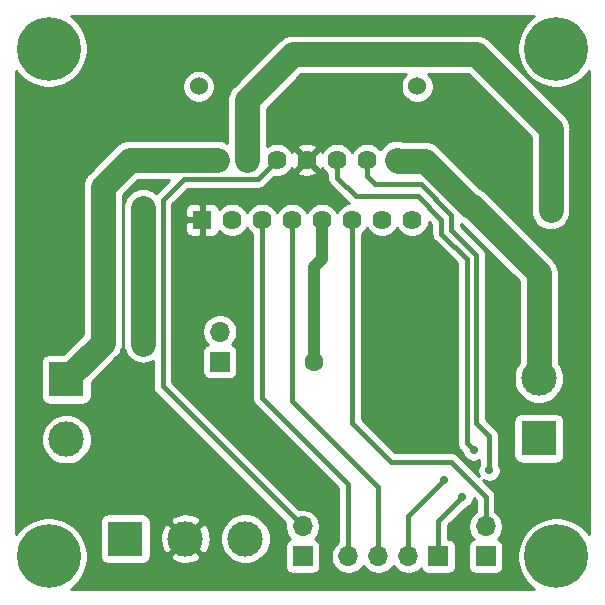
<source format=gbr>
%TF.GenerationSoftware,KiCad,Pcbnew,(5.1.10)-1*%
%TF.CreationDate,2021-10-13T16:11:29-06:00*%
%TF.ProjectId,ReplicaDriverPuenteHL298,5265706c-6963-4614-9472-697665725075,1.0*%
%TF.SameCoordinates,Original*%
%TF.FileFunction,Copper,L2,Bot*%
%TF.FilePolarity,Positive*%
%FSLAX46Y46*%
G04 Gerber Fmt 4.6, Leading zero omitted, Abs format (unit mm)*
G04 Created by KiCad (PCBNEW (5.1.10)-1) date 2021-10-13 16:11:29*
%MOMM*%
%LPD*%
G01*
G04 APERTURE LIST*
%TA.AperFunction,ComponentPad*%
%ADD10C,1.524000*%
%TD*%
%TA.AperFunction,ComponentPad*%
%ADD11R,1.620000X1.620000*%
%TD*%
%TA.AperFunction,ComponentPad*%
%ADD12C,1.620000*%
%TD*%
%TA.AperFunction,ComponentPad*%
%ADD13C,5.400000*%
%TD*%
%TA.AperFunction,ComponentPad*%
%ADD14O,1.700000X1.700000*%
%TD*%
%TA.AperFunction,ComponentPad*%
%ADD15R,1.700000X1.700000*%
%TD*%
%TA.AperFunction,ComponentPad*%
%ADD16R,3.000000X3.000000*%
%TD*%
%TA.AperFunction,ComponentPad*%
%ADD17C,3.000000*%
%TD*%
%TA.AperFunction,ViaPad*%
%ADD18C,0.700000*%
%TD*%
%TA.AperFunction,ViaPad*%
%ADD19C,1.600000*%
%TD*%
%TA.AperFunction,Conductor*%
%ADD20C,2.100000*%
%TD*%
%TA.AperFunction,Conductor*%
%ADD21C,1.000000*%
%TD*%
%TA.AperFunction,Conductor*%
%ADD22C,0.400000*%
%TD*%
%TA.AperFunction,Conductor*%
%ADD23C,0.254000*%
%TD*%
%TA.AperFunction,Conductor*%
%ADD24C,0.100000*%
%TD*%
G04 APERTURE END LIST*
D10*
%TO.P,HS1,1*%
%TO.N,N/C*%
X141700000Y-77700000D03*
%TO.P,HS1,2*%
X160200000Y-77700000D03*
%TD*%
D11*
%TO.P,U1,1*%
%TO.N,GND*%
X142000000Y-89000000D03*
D12*
%TO.P,U1,2*%
%TO.N,Net-(D1-Pad2)*%
X143270000Y-83920000D03*
%TO.P,U1,3*%
%TO.N,Net-(D2-Pad2)*%
X144540000Y-89000000D03*
%TO.P,U1,4*%
%TO.N,VCC*%
X145810000Y-83920000D03*
%TO.P,U1,5*%
%TO.N,Net-(J1-Pad4)*%
X147080000Y-89000000D03*
%TO.P,U1,6*%
%TO.N,/EnA*%
X148350000Y-83920000D03*
%TO.P,U1,7*%
%TO.N,Net-(J1-Pad3)*%
X149620000Y-89000000D03*
%TO.P,U1,8*%
%TO.N,GND*%
X150890000Y-83920000D03*
%TO.P,U1,9*%
%TO.N,+5V*%
X152160000Y-89000000D03*
%TO.P,U1,10*%
%TO.N,Net-(J1-Pad2)*%
X153430000Y-83920000D03*
%TO.P,U1,11*%
%TO.N,/EnB*%
X154700000Y-89000000D03*
%TO.P,U1,12*%
%TO.N,Net-(J1-Pad1)*%
X155970000Y-83920000D03*
%TO.P,U1,13*%
%TO.N,Net-(D3-Pad2)*%
X157240000Y-89000000D03*
%TO.P,U1,14*%
%TO.N,Net-(D4-Pad2)*%
X158510000Y-83920000D03*
%TO.P,U1,15*%
%TO.N,Net-(U1-Pad15)*%
X159780000Y-89000000D03*
%TD*%
D13*
%TO.P,H4,1*%
%TO.N,N/C*%
X129000000Y-74500000D03*
%TD*%
%TO.P,H3,1*%
%TO.N,N/C*%
X172000000Y-74500000D03*
%TD*%
%TO.P,H2,1*%
%TO.N,N/C*%
X172000000Y-117500000D03*
%TD*%
%TO.P,H1,1*%
%TO.N,N/C*%
X129000000Y-117500000D03*
%TD*%
D14*
%TO.P,J1,4*%
%TO.N,Net-(J1-Pad4)*%
X154380000Y-117500000D03*
%TO.P,J1,3*%
%TO.N,Net-(J1-Pad3)*%
X156920000Y-117500000D03*
%TO.P,J1,2*%
%TO.N,Net-(J1-Pad2)*%
X159460000Y-117500000D03*
D15*
%TO.P,J1,1*%
%TO.N,Net-(J1-Pad1)*%
X162000000Y-117500000D03*
%TD*%
D16*
%TO.P,J2,1*%
%TO.N,Net-(D1-Pad2)*%
X130500000Y-102500000D03*
D17*
%TO.P,J2,2*%
%TO.N,Net-(D2-Pad2)*%
X130500000Y-107580000D03*
%TD*%
%TO.P,J3,2*%
%TO.N,Net-(D4-Pad2)*%
X170500000Y-102420000D03*
D16*
%TO.P,J3,1*%
%TO.N,Net-(D3-Pad2)*%
X170500000Y-107500000D03*
%TD*%
D14*
%TO.P,J4,2*%
%TO.N,/EnA*%
X150500000Y-114960000D03*
D15*
%TO.P,J4,1*%
%TO.N,+5V*%
X150500000Y-117500000D03*
%TD*%
D14*
%TO.P,J5,2*%
%TO.N,/EnB*%
X166000000Y-114960000D03*
D15*
%TO.P,J5,1*%
%TO.N,+5V*%
X166000000Y-117500000D03*
%TD*%
%TO.P,J6,1*%
%TO.N,VCC*%
X143500000Y-101000000D03*
D14*
%TO.P,J6,2*%
%TO.N,Net-(J6-Pad2)*%
X143500000Y-98460000D03*
%TD*%
D17*
%TO.P,J7,3*%
%TO.N,+5V*%
X145660000Y-116000000D03*
%TO.P,J7,2*%
%TO.N,GND*%
X140580000Y-116000000D03*
D16*
%TO.P,J7,1*%
%TO.N,VCC*%
X135500000Y-116000000D03*
%TD*%
D18*
%TO.N,GND*%
X140000000Y-88500000D03*
X141000000Y-91000000D03*
X140000000Y-95000000D03*
X140000000Y-97000000D03*
X140000000Y-99000000D03*
X156000000Y-101000000D03*
X142000000Y-95000000D03*
X144000000Y-95000000D03*
X146000000Y-93000000D03*
X146000000Y-95000000D03*
X140000000Y-90000000D03*
X156000000Y-101000000D03*
X158000000Y-101000000D03*
X160000000Y-101000000D03*
X162000000Y-101000000D03*
X156000000Y-103000000D03*
X158000000Y-103000000D03*
X160000000Y-103000000D03*
X162000000Y-103000000D03*
X156000000Y-92000000D03*
X158000000Y-92000000D03*
X160000000Y-92000000D03*
X162000000Y-92000000D03*
X163000000Y-94000000D03*
X163000000Y-96500000D03*
X163000000Y-99000000D03*
D19*
%TO.N,VCC*%
X137000000Y-88000000D03*
X137000000Y-99500000D03*
X171500000Y-88200000D03*
%TO.N,+5V*%
X151500000Y-101000000D03*
D18*
%TO.N,Net-(J1-Pad2)*%
X162500000Y-111000000D03*
X165000000Y-108500000D03*
%TO.N,Net-(J1-Pad1)*%
X164000000Y-112500000D03*
X166300000Y-110200000D03*
%TD*%
D20*
%TO.N,VCC*%
X137000000Y-99500000D02*
X137000000Y-88000000D01*
X171500000Y-82750000D02*
X171500000Y-88200000D01*
X171500000Y-81300000D02*
X171500000Y-82750000D01*
X165200000Y-75000000D02*
X171500000Y-81300000D01*
X149700000Y-75000000D02*
X165200000Y-75000000D01*
X145810000Y-78890000D02*
X149700000Y-75000000D01*
X145810000Y-83920000D02*
X145810000Y-78890000D01*
D21*
%TO.N,+5V*%
X151500000Y-101000000D02*
X151500000Y-93000000D01*
X152160000Y-92340000D02*
X152160000Y-89000000D01*
X151500000Y-93000000D02*
X152160000Y-92340000D01*
D20*
%TO.N,Net-(D1-Pad2)*%
X135880000Y-83920000D02*
X133600000Y-86200000D01*
X143270000Y-83920000D02*
X135880000Y-83920000D01*
X133600000Y-99400000D02*
X130500000Y-102500000D01*
X133600000Y-86200000D02*
X133600000Y-99400000D01*
%TO.N,Net-(D4-Pad2)*%
X160833466Y-84000000D02*
X158590000Y-84000000D01*
X164700020Y-87866554D02*
X160833466Y-84000000D01*
X158590000Y-84000000D02*
X158510000Y-83920000D01*
X164700020Y-87866554D02*
X164866554Y-87866554D01*
X170500000Y-93500000D02*
X170500000Y-102420000D01*
X164866554Y-87866554D02*
X170500000Y-93500000D01*
D22*
%TO.N,Net-(J1-Pad4)*%
X147080000Y-89000000D02*
X147080000Y-104080000D01*
X147080000Y-104080000D02*
X154380000Y-111380000D01*
X154380000Y-111380000D02*
X154380000Y-117500000D01*
%TO.N,Net-(J1-Pad3)*%
X149620000Y-104357246D02*
X156920000Y-111657246D01*
X149620000Y-89000000D02*
X149620000Y-104357246D01*
X156920000Y-111657246D02*
X156920000Y-117500000D01*
%TO.N,Net-(J1-Pad2)*%
X159460000Y-114040000D02*
X162500000Y-111000000D01*
X159460000Y-117500000D02*
X159460000Y-114040000D01*
X164400001Y-107900001D02*
X165000000Y-108500000D01*
X164400001Y-92327999D02*
X164400001Y-107900001D01*
X162250000Y-90177998D02*
X164400001Y-92327999D01*
X162250000Y-89000000D02*
X162250000Y-90177998D01*
X160250000Y-87000000D02*
X162250000Y-89000000D01*
X155000000Y-87000000D02*
X160250000Y-87000000D01*
X153430000Y-85430000D02*
X155000000Y-87000000D01*
X153430000Y-83920000D02*
X153430000Y-85430000D01*
%TO.N,Net-(J1-Pad1)*%
X162000000Y-114500000D02*
X164000000Y-112500000D01*
X162000000Y-117500000D02*
X162000000Y-114500000D01*
X165200011Y-91996625D02*
X165200011Y-106200011D01*
X163050010Y-89846624D02*
X165200011Y-91996625D01*
X163050010Y-88550010D02*
X163050010Y-89846624D01*
X160500000Y-86000000D02*
X163050010Y-88550010D01*
X156641384Y-86000000D02*
X160500000Y-86000000D01*
X155970000Y-85328616D02*
X156641384Y-86000000D01*
X155970000Y-83920000D02*
X155970000Y-85328616D01*
X166300000Y-107300000D02*
X165200011Y-106200011D01*
X166300000Y-110200000D02*
X166300000Y-107300000D01*
%TO.N,/EnA*%
X146699990Y-85570010D02*
X148350000Y-83920000D01*
X140429990Y-85570010D02*
X146699990Y-85570010D01*
X138650010Y-87349990D02*
X140429990Y-85570010D01*
X138650010Y-103110010D02*
X138650010Y-87349990D01*
X150500000Y-114960000D02*
X138650010Y-103110010D01*
%TO.N,/EnB*%
X154700000Y-89000000D02*
X154700000Y-100700000D01*
X166000000Y-112427998D02*
X163072002Y-109500000D01*
X166000000Y-114960000D02*
X166000000Y-112427998D01*
X163072002Y-109500000D02*
X158000000Y-109500000D01*
X154700000Y-106200000D02*
X154700000Y-100700000D01*
X158000000Y-109500000D02*
X154700000Y-106200000D01*
%TD*%
D23*
%TO.N,GND*%
X169874061Y-71909536D02*
X169409536Y-72374061D01*
X169044561Y-72920285D01*
X168793162Y-73527216D01*
X168665000Y-74171531D01*
X168665000Y-74828469D01*
X168793162Y-75472784D01*
X169044561Y-76079715D01*
X169409536Y-76625939D01*
X169874061Y-77090464D01*
X170420285Y-77455439D01*
X171027216Y-77706838D01*
X171671531Y-77835000D01*
X172328469Y-77835000D01*
X172972784Y-77706838D01*
X173579715Y-77455439D01*
X174125939Y-77090464D01*
X174590464Y-76625939D01*
X174765000Y-76364727D01*
X174765001Y-115635274D01*
X174590464Y-115374061D01*
X174125939Y-114909536D01*
X173579715Y-114544561D01*
X172972784Y-114293162D01*
X172328469Y-114165000D01*
X171671531Y-114165000D01*
X171027216Y-114293162D01*
X170420285Y-114544561D01*
X169874061Y-114909536D01*
X169409536Y-115374061D01*
X169044561Y-115920285D01*
X168793162Y-116527216D01*
X168665000Y-117171531D01*
X168665000Y-117828469D01*
X168793162Y-118472784D01*
X169044561Y-119079715D01*
X169409536Y-119625939D01*
X169874061Y-120090464D01*
X170135273Y-120265000D01*
X130864727Y-120265000D01*
X131125939Y-120090464D01*
X131590464Y-119625939D01*
X131955439Y-119079715D01*
X132206838Y-118472784D01*
X132335000Y-117828469D01*
X132335000Y-117171531D01*
X132206838Y-116527216D01*
X131955439Y-115920285D01*
X131590464Y-115374061D01*
X131125939Y-114909536D01*
X130579715Y-114544561D01*
X130472136Y-114500000D01*
X133361928Y-114500000D01*
X133361928Y-117500000D01*
X133374188Y-117624482D01*
X133410498Y-117744180D01*
X133469463Y-117854494D01*
X133548815Y-117951185D01*
X133645506Y-118030537D01*
X133755820Y-118089502D01*
X133875518Y-118125812D01*
X134000000Y-118138072D01*
X137000000Y-118138072D01*
X137124482Y-118125812D01*
X137244180Y-118089502D01*
X137354494Y-118030537D01*
X137451185Y-117951185D01*
X137530537Y-117854494D01*
X137589502Y-117744180D01*
X137625812Y-117624482D01*
X137638072Y-117500000D01*
X137638072Y-117491653D01*
X139267952Y-117491653D01*
X139423962Y-117807214D01*
X139798745Y-117998020D01*
X140203551Y-118112044D01*
X140622824Y-118144902D01*
X141040451Y-118095334D01*
X141440383Y-117965243D01*
X141736038Y-117807214D01*
X141892048Y-117491653D01*
X140580000Y-116179605D01*
X139267952Y-117491653D01*
X137638072Y-117491653D01*
X137638072Y-116042824D01*
X138435098Y-116042824D01*
X138484666Y-116460451D01*
X138614757Y-116860383D01*
X138772786Y-117156038D01*
X139088347Y-117312048D01*
X140400395Y-116000000D01*
X140759605Y-116000000D01*
X142071653Y-117312048D01*
X142387214Y-117156038D01*
X142578020Y-116781255D01*
X142692044Y-116376449D01*
X142724902Y-115957176D01*
X142705027Y-115789721D01*
X143525000Y-115789721D01*
X143525000Y-116210279D01*
X143607047Y-116622756D01*
X143767988Y-117011302D01*
X144001637Y-117360983D01*
X144299017Y-117658363D01*
X144648698Y-117892012D01*
X145037244Y-118052953D01*
X145449721Y-118135000D01*
X145870279Y-118135000D01*
X146282756Y-118052953D01*
X146671302Y-117892012D01*
X147020983Y-117658363D01*
X147318363Y-117360983D01*
X147552012Y-117011302D01*
X147712953Y-116622756D01*
X147795000Y-116210279D01*
X147795000Y-115789721D01*
X147712953Y-115377244D01*
X147552012Y-114988698D01*
X147318363Y-114639017D01*
X147020983Y-114341637D01*
X146671302Y-114107988D01*
X146282756Y-113947047D01*
X145870279Y-113865000D01*
X145449721Y-113865000D01*
X145037244Y-113947047D01*
X144648698Y-114107988D01*
X144299017Y-114341637D01*
X144001637Y-114639017D01*
X143767988Y-114988698D01*
X143607047Y-115377244D01*
X143525000Y-115789721D01*
X142705027Y-115789721D01*
X142675334Y-115539549D01*
X142545243Y-115139617D01*
X142387214Y-114843962D01*
X142071653Y-114687952D01*
X140759605Y-116000000D01*
X140400395Y-116000000D01*
X139088347Y-114687952D01*
X138772786Y-114843962D01*
X138581980Y-115218745D01*
X138467956Y-115623551D01*
X138435098Y-116042824D01*
X137638072Y-116042824D01*
X137638072Y-114508347D01*
X139267952Y-114508347D01*
X140580000Y-115820395D01*
X141892048Y-114508347D01*
X141736038Y-114192786D01*
X141361255Y-114001980D01*
X140956449Y-113887956D01*
X140537176Y-113855098D01*
X140119549Y-113904666D01*
X139719617Y-114034757D01*
X139423962Y-114192786D01*
X139267952Y-114508347D01*
X137638072Y-114508347D01*
X137638072Y-114500000D01*
X137625812Y-114375518D01*
X137589502Y-114255820D01*
X137530537Y-114145506D01*
X137451185Y-114048815D01*
X137354494Y-113969463D01*
X137244180Y-113910498D01*
X137124482Y-113874188D01*
X137000000Y-113861928D01*
X134000000Y-113861928D01*
X133875518Y-113874188D01*
X133755820Y-113910498D01*
X133645506Y-113969463D01*
X133548815Y-114048815D01*
X133469463Y-114145506D01*
X133410498Y-114255820D01*
X133374188Y-114375518D01*
X133361928Y-114500000D01*
X130472136Y-114500000D01*
X129972784Y-114293162D01*
X129328469Y-114165000D01*
X128671531Y-114165000D01*
X128027216Y-114293162D01*
X127420285Y-114544561D01*
X126874061Y-114909536D01*
X126409536Y-115374061D01*
X126235000Y-115635273D01*
X126235000Y-107369721D01*
X128365000Y-107369721D01*
X128365000Y-107790279D01*
X128447047Y-108202756D01*
X128607988Y-108591302D01*
X128841637Y-108940983D01*
X129139017Y-109238363D01*
X129488698Y-109472012D01*
X129877244Y-109632953D01*
X130289721Y-109715000D01*
X130710279Y-109715000D01*
X131122756Y-109632953D01*
X131511302Y-109472012D01*
X131860983Y-109238363D01*
X132158363Y-108940983D01*
X132392012Y-108591302D01*
X132552953Y-108202756D01*
X132635000Y-107790279D01*
X132635000Y-107369721D01*
X132552953Y-106957244D01*
X132392012Y-106568698D01*
X132158363Y-106219017D01*
X131860983Y-105921637D01*
X131511302Y-105687988D01*
X131122756Y-105527047D01*
X130710279Y-105445000D01*
X130289721Y-105445000D01*
X129877244Y-105527047D01*
X129488698Y-105687988D01*
X129139017Y-105921637D01*
X128841637Y-106219017D01*
X128607988Y-106568698D01*
X128447047Y-106957244D01*
X128365000Y-107369721D01*
X126235000Y-107369721D01*
X126235000Y-101000000D01*
X128361928Y-101000000D01*
X128361928Y-104000000D01*
X128374188Y-104124482D01*
X128410498Y-104244180D01*
X128469463Y-104354494D01*
X128548815Y-104451185D01*
X128645506Y-104530537D01*
X128755820Y-104589502D01*
X128875518Y-104625812D01*
X129000000Y-104638072D01*
X132000000Y-104638072D01*
X132124482Y-104625812D01*
X132244180Y-104589502D01*
X132354494Y-104530537D01*
X132451185Y-104451185D01*
X132530537Y-104354494D01*
X132589502Y-104244180D01*
X132625812Y-104124482D01*
X132638072Y-104000000D01*
X132638072Y-102744877D01*
X134732952Y-100649998D01*
X134797239Y-100597239D01*
X134849998Y-100532952D01*
X134850002Y-100532948D01*
X135007805Y-100340665D01*
X135132856Y-100106709D01*
X135164268Y-100047941D01*
X135260619Y-99730318D01*
X135285000Y-99482770D01*
X135285000Y-99482760D01*
X135293151Y-99400001D01*
X135285000Y-99317241D01*
X135285000Y-86897949D01*
X136577950Y-85605000D01*
X139214132Y-85605000D01*
X138097899Y-86721234D01*
X137940665Y-86592196D01*
X137647941Y-86435732D01*
X137330318Y-86339381D01*
X137000000Y-86306848D01*
X136669683Y-86339381D01*
X136352060Y-86435732D01*
X136059336Y-86592196D01*
X135802762Y-86802761D01*
X135592197Y-87059335D01*
X135435733Y-87352059D01*
X135339382Y-87669682D01*
X135315001Y-87917230D01*
X135315000Y-99582769D01*
X135339381Y-99830317D01*
X135435732Y-100147940D01*
X135592196Y-100440664D01*
X135802761Y-100697239D01*
X136059335Y-100907804D01*
X136352059Y-101064268D01*
X136669682Y-101160619D01*
X137000000Y-101193152D01*
X137330317Y-101160619D01*
X137647940Y-101064268D01*
X137815010Y-100974967D01*
X137815010Y-103068991D01*
X137810970Y-103110010D01*
X137815010Y-103151028D01*
X137827092Y-103273698D01*
X137874838Y-103431096D01*
X137952374Y-103576155D01*
X138056719Y-103703301D01*
X138088589Y-103729456D01*
X149041193Y-114682062D01*
X149015000Y-114813740D01*
X149015000Y-115106260D01*
X149072068Y-115393158D01*
X149184010Y-115663411D01*
X149346525Y-115906632D01*
X149478380Y-116038487D01*
X149405820Y-116060498D01*
X149295506Y-116119463D01*
X149198815Y-116198815D01*
X149119463Y-116295506D01*
X149060498Y-116405820D01*
X149024188Y-116525518D01*
X149011928Y-116650000D01*
X149011928Y-118350000D01*
X149024188Y-118474482D01*
X149060498Y-118594180D01*
X149119463Y-118704494D01*
X149198815Y-118801185D01*
X149295506Y-118880537D01*
X149405820Y-118939502D01*
X149525518Y-118975812D01*
X149650000Y-118988072D01*
X151350000Y-118988072D01*
X151474482Y-118975812D01*
X151594180Y-118939502D01*
X151704494Y-118880537D01*
X151801185Y-118801185D01*
X151880537Y-118704494D01*
X151939502Y-118594180D01*
X151975812Y-118474482D01*
X151988072Y-118350000D01*
X151988072Y-116650000D01*
X151975812Y-116525518D01*
X151939502Y-116405820D01*
X151880537Y-116295506D01*
X151801185Y-116198815D01*
X151704494Y-116119463D01*
X151594180Y-116060498D01*
X151521620Y-116038487D01*
X151653475Y-115906632D01*
X151815990Y-115663411D01*
X151927932Y-115393158D01*
X151985000Y-115106260D01*
X151985000Y-114813740D01*
X151927932Y-114526842D01*
X151815990Y-114256589D01*
X151653475Y-114013368D01*
X151446632Y-113806525D01*
X151203411Y-113644010D01*
X150933158Y-113532068D01*
X150646260Y-113475000D01*
X150353740Y-113475000D01*
X150222062Y-113501193D01*
X139485010Y-102764143D01*
X139485010Y-100150000D01*
X142011928Y-100150000D01*
X142011928Y-101850000D01*
X142024188Y-101974482D01*
X142060498Y-102094180D01*
X142119463Y-102204494D01*
X142198815Y-102301185D01*
X142295506Y-102380537D01*
X142405820Y-102439502D01*
X142525518Y-102475812D01*
X142650000Y-102488072D01*
X144350000Y-102488072D01*
X144474482Y-102475812D01*
X144594180Y-102439502D01*
X144704494Y-102380537D01*
X144801185Y-102301185D01*
X144880537Y-102204494D01*
X144939502Y-102094180D01*
X144975812Y-101974482D01*
X144988072Y-101850000D01*
X144988072Y-100150000D01*
X144975812Y-100025518D01*
X144939502Y-99905820D01*
X144880537Y-99795506D01*
X144801185Y-99698815D01*
X144704494Y-99619463D01*
X144594180Y-99560498D01*
X144521620Y-99538487D01*
X144653475Y-99406632D01*
X144815990Y-99163411D01*
X144927932Y-98893158D01*
X144985000Y-98606260D01*
X144985000Y-98313740D01*
X144927932Y-98026842D01*
X144815990Y-97756589D01*
X144653475Y-97513368D01*
X144446632Y-97306525D01*
X144203411Y-97144010D01*
X143933158Y-97032068D01*
X143646260Y-96975000D01*
X143353740Y-96975000D01*
X143066842Y-97032068D01*
X142796589Y-97144010D01*
X142553368Y-97306525D01*
X142346525Y-97513368D01*
X142184010Y-97756589D01*
X142072068Y-98026842D01*
X142015000Y-98313740D01*
X142015000Y-98606260D01*
X142072068Y-98893158D01*
X142184010Y-99163411D01*
X142346525Y-99406632D01*
X142478380Y-99538487D01*
X142405820Y-99560498D01*
X142295506Y-99619463D01*
X142198815Y-99698815D01*
X142119463Y-99795506D01*
X142060498Y-99905820D01*
X142024188Y-100025518D01*
X142011928Y-100150000D01*
X139485010Y-100150000D01*
X139485010Y-89810000D01*
X140551928Y-89810000D01*
X140564188Y-89934482D01*
X140600498Y-90054180D01*
X140659463Y-90164494D01*
X140738815Y-90261185D01*
X140835506Y-90340537D01*
X140945820Y-90399502D01*
X141065518Y-90435812D01*
X141190000Y-90448072D01*
X141714250Y-90445000D01*
X141873000Y-90286250D01*
X141873000Y-89127000D01*
X140713750Y-89127000D01*
X140555000Y-89285750D01*
X140551928Y-89810000D01*
X139485010Y-89810000D01*
X139485010Y-88190000D01*
X140551928Y-88190000D01*
X140555000Y-88714250D01*
X140713750Y-88873000D01*
X141873000Y-88873000D01*
X141873000Y-87713750D01*
X142127000Y-87713750D01*
X142127000Y-88873000D01*
X142147000Y-88873000D01*
X142147000Y-89127000D01*
X142127000Y-89127000D01*
X142127000Y-90286250D01*
X142285750Y-90445000D01*
X142810000Y-90448072D01*
X142934482Y-90435812D01*
X143054180Y-90399502D01*
X143164494Y-90340537D01*
X143261185Y-90261185D01*
X143340537Y-90164494D01*
X143399502Y-90054180D01*
X143434679Y-89938218D01*
X143618866Y-90122405D01*
X143855536Y-90280543D01*
X144118509Y-90389470D01*
X144397680Y-90445000D01*
X144682320Y-90445000D01*
X144961491Y-90389470D01*
X145224464Y-90280543D01*
X145461134Y-90122405D01*
X145662405Y-89921134D01*
X145810000Y-89700243D01*
X145957595Y-89921134D01*
X146158866Y-90122405D01*
X146245000Y-90179958D01*
X146245001Y-104038971D01*
X146240960Y-104080000D01*
X146257082Y-104243688D01*
X146304828Y-104401086D01*
X146382364Y-104546145D01*
X146382365Y-104546146D01*
X146486710Y-104673291D01*
X146518574Y-104699441D01*
X153545000Y-111725868D01*
X153545001Y-116271934D01*
X153433368Y-116346525D01*
X153226525Y-116553368D01*
X153064010Y-116796589D01*
X152952068Y-117066842D01*
X152895000Y-117353740D01*
X152895000Y-117646260D01*
X152952068Y-117933158D01*
X153064010Y-118203411D01*
X153226525Y-118446632D01*
X153433368Y-118653475D01*
X153676589Y-118815990D01*
X153946842Y-118927932D01*
X154233740Y-118985000D01*
X154526260Y-118985000D01*
X154813158Y-118927932D01*
X155083411Y-118815990D01*
X155326632Y-118653475D01*
X155533475Y-118446632D01*
X155650000Y-118272240D01*
X155766525Y-118446632D01*
X155973368Y-118653475D01*
X156216589Y-118815990D01*
X156486842Y-118927932D01*
X156773740Y-118985000D01*
X157066260Y-118985000D01*
X157353158Y-118927932D01*
X157623411Y-118815990D01*
X157866632Y-118653475D01*
X158073475Y-118446632D01*
X158190000Y-118272240D01*
X158306525Y-118446632D01*
X158513368Y-118653475D01*
X158756589Y-118815990D01*
X159026842Y-118927932D01*
X159313740Y-118985000D01*
X159606260Y-118985000D01*
X159893158Y-118927932D01*
X160163411Y-118815990D01*
X160406632Y-118653475D01*
X160538487Y-118521620D01*
X160560498Y-118594180D01*
X160619463Y-118704494D01*
X160698815Y-118801185D01*
X160795506Y-118880537D01*
X160905820Y-118939502D01*
X161025518Y-118975812D01*
X161150000Y-118988072D01*
X162850000Y-118988072D01*
X162974482Y-118975812D01*
X163094180Y-118939502D01*
X163204494Y-118880537D01*
X163301185Y-118801185D01*
X163380537Y-118704494D01*
X163439502Y-118594180D01*
X163475812Y-118474482D01*
X163488072Y-118350000D01*
X163488072Y-116650000D01*
X163475812Y-116525518D01*
X163439502Y-116405820D01*
X163380537Y-116295506D01*
X163301185Y-116198815D01*
X163204494Y-116119463D01*
X163094180Y-116060498D01*
X162974482Y-116024188D01*
X162850000Y-116011928D01*
X162835000Y-116011928D01*
X162835000Y-114845867D01*
X164220413Y-113460454D01*
X164287314Y-113447147D01*
X164466572Y-113372896D01*
X164627901Y-113265099D01*
X164765099Y-113127901D01*
X164872896Y-112966572D01*
X164947147Y-112787314D01*
X164985000Y-112597014D01*
X164985000Y-112593866D01*
X165165001Y-112773867D01*
X165165000Y-113731935D01*
X165053368Y-113806525D01*
X164846525Y-114013368D01*
X164684010Y-114256589D01*
X164572068Y-114526842D01*
X164515000Y-114813740D01*
X164515000Y-115106260D01*
X164572068Y-115393158D01*
X164684010Y-115663411D01*
X164846525Y-115906632D01*
X164978380Y-116038487D01*
X164905820Y-116060498D01*
X164795506Y-116119463D01*
X164698815Y-116198815D01*
X164619463Y-116295506D01*
X164560498Y-116405820D01*
X164524188Y-116525518D01*
X164511928Y-116650000D01*
X164511928Y-118350000D01*
X164524188Y-118474482D01*
X164560498Y-118594180D01*
X164619463Y-118704494D01*
X164698815Y-118801185D01*
X164795506Y-118880537D01*
X164905820Y-118939502D01*
X165025518Y-118975812D01*
X165150000Y-118988072D01*
X166850000Y-118988072D01*
X166974482Y-118975812D01*
X167094180Y-118939502D01*
X167204494Y-118880537D01*
X167301185Y-118801185D01*
X167380537Y-118704494D01*
X167439502Y-118594180D01*
X167475812Y-118474482D01*
X167488072Y-118350000D01*
X167488072Y-116650000D01*
X167475812Y-116525518D01*
X167439502Y-116405820D01*
X167380537Y-116295506D01*
X167301185Y-116198815D01*
X167204494Y-116119463D01*
X167094180Y-116060498D01*
X167021620Y-116038487D01*
X167153475Y-115906632D01*
X167315990Y-115663411D01*
X167427932Y-115393158D01*
X167485000Y-115106260D01*
X167485000Y-114813740D01*
X167427932Y-114526842D01*
X167315990Y-114256589D01*
X167153475Y-114013368D01*
X166946632Y-113806525D01*
X166835000Y-113731935D01*
X166835000Y-112469005D01*
X166839039Y-112427997D01*
X166835000Y-112386989D01*
X166835000Y-112386979D01*
X166822918Y-112264309D01*
X166775172Y-112106911D01*
X166697636Y-111961852D01*
X166593291Y-111834707D01*
X166561427Y-111808557D01*
X165810336Y-111057467D01*
X165833428Y-111072896D01*
X166012686Y-111147147D01*
X166202986Y-111185000D01*
X166397014Y-111185000D01*
X166587314Y-111147147D01*
X166766572Y-111072896D01*
X166927901Y-110965099D01*
X167065099Y-110827901D01*
X167172896Y-110666572D01*
X167247147Y-110487314D01*
X167285000Y-110297014D01*
X167285000Y-110102986D01*
X167247147Y-109912686D01*
X167172896Y-109733428D01*
X167135000Y-109676713D01*
X167135000Y-107341007D01*
X167139039Y-107299999D01*
X167135000Y-107258991D01*
X167135000Y-107258981D01*
X167122918Y-107136311D01*
X167075172Y-106978913D01*
X166997636Y-106833854D01*
X166893291Y-106706709D01*
X166861426Y-106680558D01*
X166180868Y-106000000D01*
X168361928Y-106000000D01*
X168361928Y-109000000D01*
X168374188Y-109124482D01*
X168410498Y-109244180D01*
X168469463Y-109354494D01*
X168548815Y-109451185D01*
X168645506Y-109530537D01*
X168755820Y-109589502D01*
X168875518Y-109625812D01*
X169000000Y-109638072D01*
X172000000Y-109638072D01*
X172124482Y-109625812D01*
X172244180Y-109589502D01*
X172354494Y-109530537D01*
X172451185Y-109451185D01*
X172530537Y-109354494D01*
X172589502Y-109244180D01*
X172625812Y-109124482D01*
X172638072Y-109000000D01*
X172638072Y-106000000D01*
X172625812Y-105875518D01*
X172589502Y-105755820D01*
X172530537Y-105645506D01*
X172451185Y-105548815D01*
X172354494Y-105469463D01*
X172244180Y-105410498D01*
X172124482Y-105374188D01*
X172000000Y-105361928D01*
X169000000Y-105361928D01*
X168875518Y-105374188D01*
X168755820Y-105410498D01*
X168645506Y-105469463D01*
X168548815Y-105548815D01*
X168469463Y-105645506D01*
X168410498Y-105755820D01*
X168374188Y-105875518D01*
X168361928Y-106000000D01*
X166180868Y-106000000D01*
X166035011Y-105854144D01*
X166035011Y-92037643D01*
X166039051Y-91996625D01*
X166029884Y-91903554D01*
X166022929Y-91832936D01*
X165975183Y-91675538D01*
X165897647Y-91530479D01*
X165793302Y-91403334D01*
X165761444Y-91377189D01*
X163885010Y-89500757D01*
X163885010Y-89341522D01*
X164043043Y-89425992D01*
X168815000Y-94197950D01*
X168815001Y-101098881D01*
X168607988Y-101408698D01*
X168447047Y-101797244D01*
X168365000Y-102209721D01*
X168365000Y-102630279D01*
X168447047Y-103042756D01*
X168607988Y-103431302D01*
X168841637Y-103780983D01*
X169139017Y-104078363D01*
X169488698Y-104312012D01*
X169877244Y-104472953D01*
X170289721Y-104555000D01*
X170710279Y-104555000D01*
X171122756Y-104472953D01*
X171511302Y-104312012D01*
X171860983Y-104078363D01*
X172158363Y-103780983D01*
X172392012Y-103431302D01*
X172552953Y-103042756D01*
X172635000Y-102630279D01*
X172635000Y-102209721D01*
X172552953Y-101797244D01*
X172392012Y-101408698D01*
X172185000Y-101098882D01*
X172185000Y-93582759D01*
X172193151Y-93500000D01*
X172185000Y-93417241D01*
X172185000Y-93417230D01*
X172160619Y-93169682D01*
X172064268Y-92852059D01*
X172021367Y-92771797D01*
X171907805Y-92559335D01*
X171750002Y-92367052D01*
X171749998Y-92367048D01*
X171697239Y-92302761D01*
X171632953Y-92250003D01*
X166116555Y-86733606D01*
X166063793Y-86669315D01*
X165807219Y-86458750D01*
X165807220Y-86458750D01*
X165807218Y-86458749D01*
X165706678Y-86405010D01*
X165523533Y-86307117D01*
X162083468Y-82867053D01*
X162030705Y-82802761D01*
X161774131Y-82592196D01*
X161774132Y-82592196D01*
X161774130Y-82592195D01*
X161624459Y-82512195D01*
X161481407Y-82435732D01*
X161163784Y-82339381D01*
X160916236Y-82315000D01*
X160916225Y-82315000D01*
X160833466Y-82306849D01*
X160750707Y-82315000D01*
X159023663Y-82315000D01*
X158840317Y-82259382D01*
X158510000Y-82226849D01*
X158179683Y-82259382D01*
X157862059Y-82355733D01*
X157569336Y-82512195D01*
X157312761Y-82722761D01*
X157102195Y-82979336D01*
X157091982Y-82998443D01*
X156891134Y-82797595D01*
X156654464Y-82639457D01*
X156391491Y-82530530D01*
X156112320Y-82475000D01*
X155827680Y-82475000D01*
X155548509Y-82530530D01*
X155285536Y-82639457D01*
X155048866Y-82797595D01*
X154847595Y-82998866D01*
X154700000Y-83219757D01*
X154552405Y-82998866D01*
X154351134Y-82797595D01*
X154114464Y-82639457D01*
X153851491Y-82530530D01*
X153572320Y-82475000D01*
X153287680Y-82475000D01*
X153008509Y-82530530D01*
X152745536Y-82639457D01*
X152508866Y-82797595D01*
X152307595Y-82998866D01*
X152160034Y-83219706D01*
X152134832Y-83172556D01*
X151889843Y-83099762D01*
X151069605Y-83920000D01*
X151889843Y-84740238D01*
X152134832Y-84667444D01*
X152158363Y-84617793D01*
X152307595Y-84841134D01*
X152508866Y-85042405D01*
X152595001Y-85099958D01*
X152595001Y-85388972D01*
X152590960Y-85430000D01*
X152607082Y-85593688D01*
X152654828Y-85751086D01*
X152729666Y-85891097D01*
X152732365Y-85896146D01*
X152836710Y-86023291D01*
X152868574Y-86049441D01*
X154380559Y-87561426D01*
X154400881Y-87586189D01*
X154278509Y-87610530D01*
X154015536Y-87719457D01*
X153778866Y-87877595D01*
X153577595Y-88078866D01*
X153430000Y-88299757D01*
X153282405Y-88078866D01*
X153081134Y-87877595D01*
X152844464Y-87719457D01*
X152581491Y-87610530D01*
X152302320Y-87555000D01*
X152017680Y-87555000D01*
X151738509Y-87610530D01*
X151475536Y-87719457D01*
X151238866Y-87877595D01*
X151037595Y-88078866D01*
X150890000Y-88299757D01*
X150742405Y-88078866D01*
X150541134Y-87877595D01*
X150304464Y-87719457D01*
X150041491Y-87610530D01*
X149762320Y-87555000D01*
X149477680Y-87555000D01*
X149198509Y-87610530D01*
X148935536Y-87719457D01*
X148698866Y-87877595D01*
X148497595Y-88078866D01*
X148350000Y-88299757D01*
X148202405Y-88078866D01*
X148001134Y-87877595D01*
X147764464Y-87719457D01*
X147501491Y-87610530D01*
X147222320Y-87555000D01*
X146937680Y-87555000D01*
X146658509Y-87610530D01*
X146395536Y-87719457D01*
X146158866Y-87877595D01*
X145957595Y-88078866D01*
X145810000Y-88299757D01*
X145662405Y-88078866D01*
X145461134Y-87877595D01*
X145224464Y-87719457D01*
X144961491Y-87610530D01*
X144682320Y-87555000D01*
X144397680Y-87555000D01*
X144118509Y-87610530D01*
X143855536Y-87719457D01*
X143618866Y-87877595D01*
X143434679Y-88061782D01*
X143399502Y-87945820D01*
X143340537Y-87835506D01*
X143261185Y-87738815D01*
X143164494Y-87659463D01*
X143054180Y-87600498D01*
X142934482Y-87564188D01*
X142810000Y-87551928D01*
X142285750Y-87555000D01*
X142127000Y-87713750D01*
X141873000Y-87713750D01*
X141714250Y-87555000D01*
X141190000Y-87551928D01*
X141065518Y-87564188D01*
X140945820Y-87600498D01*
X140835506Y-87659463D01*
X140738815Y-87738815D01*
X140659463Y-87835506D01*
X140600498Y-87945820D01*
X140564188Y-88065518D01*
X140551928Y-88190000D01*
X139485010Y-88190000D01*
X139485010Y-87695857D01*
X140775859Y-86405010D01*
X146658972Y-86405010D01*
X146699990Y-86409050D01*
X146741008Y-86405010D01*
X146741009Y-86405010D01*
X146863679Y-86392928D01*
X147021077Y-86345182D01*
X147166136Y-86267646D01*
X147293281Y-86163301D01*
X147319436Y-86131431D01*
X148106078Y-85344790D01*
X148207680Y-85365000D01*
X148492320Y-85365000D01*
X148771491Y-85309470D01*
X149034464Y-85200543D01*
X149271134Y-85042405D01*
X149393696Y-84919843D01*
X150069762Y-84919843D01*
X150142556Y-85164832D01*
X150399773Y-85286733D01*
X150675829Y-85356110D01*
X150960115Y-85370298D01*
X151241706Y-85328752D01*
X151509783Y-85233068D01*
X151637444Y-85164832D01*
X151710238Y-84919843D01*
X150890000Y-84099605D01*
X150069762Y-84919843D01*
X149393696Y-84919843D01*
X149472405Y-84841134D01*
X149619966Y-84620294D01*
X149645168Y-84667444D01*
X149890157Y-84740238D01*
X150710395Y-83920000D01*
X149890157Y-83099762D01*
X149645168Y-83172556D01*
X149621637Y-83222207D01*
X149472405Y-82998866D01*
X149393696Y-82920157D01*
X150069762Y-82920157D01*
X150890000Y-83740395D01*
X151710238Y-82920157D01*
X151637444Y-82675168D01*
X151380227Y-82553267D01*
X151104171Y-82483890D01*
X150819885Y-82469702D01*
X150538294Y-82511248D01*
X150270217Y-82606932D01*
X150142556Y-82675168D01*
X150069762Y-82920157D01*
X149393696Y-82920157D01*
X149271134Y-82797595D01*
X149034464Y-82639457D01*
X148771491Y-82530530D01*
X148492320Y-82475000D01*
X148207680Y-82475000D01*
X147928509Y-82530530D01*
X147665536Y-82639457D01*
X147495000Y-82753406D01*
X147495000Y-79587949D01*
X150397950Y-76685000D01*
X159239345Y-76685000D01*
X159114880Y-76809465D01*
X158961995Y-77038273D01*
X158856686Y-77292510D01*
X158803000Y-77562408D01*
X158803000Y-77837592D01*
X158856686Y-78107490D01*
X158961995Y-78361727D01*
X159114880Y-78590535D01*
X159309465Y-78785120D01*
X159538273Y-78938005D01*
X159792510Y-79043314D01*
X160062408Y-79097000D01*
X160337592Y-79097000D01*
X160607490Y-79043314D01*
X160861727Y-78938005D01*
X161090535Y-78785120D01*
X161285120Y-78590535D01*
X161438005Y-78361727D01*
X161543314Y-78107490D01*
X161597000Y-77837592D01*
X161597000Y-77562408D01*
X161543314Y-77292510D01*
X161438005Y-77038273D01*
X161285120Y-76809465D01*
X161160655Y-76685000D01*
X164502051Y-76685000D01*
X169815000Y-81997950D01*
X169815000Y-82667231D01*
X169815001Y-88282770D01*
X169839382Y-88530318D01*
X169935733Y-88847941D01*
X170092197Y-89140665D01*
X170302762Y-89397239D01*
X170559336Y-89607804D01*
X170852060Y-89764268D01*
X171169683Y-89860619D01*
X171500000Y-89893152D01*
X171830318Y-89860619D01*
X172147941Y-89764268D01*
X172440665Y-89607804D01*
X172697239Y-89397239D01*
X172907804Y-89140665D01*
X173064268Y-88847941D01*
X173160619Y-88530318D01*
X173185000Y-88282770D01*
X173185000Y-81382758D01*
X173193151Y-81299999D01*
X173185000Y-81217240D01*
X173185000Y-81217230D01*
X173160619Y-80969682D01*
X173064268Y-80652059D01*
X172907805Y-80359336D01*
X172907804Y-80359334D01*
X172750001Y-80167051D01*
X172749998Y-80167048D01*
X172697239Y-80102761D01*
X172632953Y-80050003D01*
X166450003Y-73867054D01*
X166397239Y-73802761D01*
X166140665Y-73592196D01*
X166140666Y-73592196D01*
X166140664Y-73592195D01*
X166019096Y-73527216D01*
X165847941Y-73435732D01*
X165530318Y-73339381D01*
X165282770Y-73315000D01*
X165282759Y-73315000D01*
X165200000Y-73306849D01*
X165117241Y-73315000D01*
X149782759Y-73315000D01*
X149700000Y-73306849D01*
X149617241Y-73315000D01*
X149617230Y-73315000D01*
X149369682Y-73339381D01*
X149052059Y-73435732D01*
X148759335Y-73592195D01*
X148567052Y-73749998D01*
X148567048Y-73750002D01*
X148502761Y-73802761D01*
X148450002Y-73867048D01*
X144677049Y-77640002D01*
X144612762Y-77692761D01*
X144560003Y-77757048D01*
X144559998Y-77757053D01*
X144402195Y-77949336D01*
X144245733Y-78242059D01*
X144149382Y-78559683D01*
X144116849Y-78890000D01*
X144125001Y-78972769D01*
X144125000Y-82466407D01*
X143917941Y-82355732D01*
X143600318Y-82259381D01*
X143352770Y-82235000D01*
X135962759Y-82235000D01*
X135880000Y-82226849D01*
X135797240Y-82235000D01*
X135797230Y-82235000D01*
X135549682Y-82259381D01*
X135232059Y-82355732D01*
X134939335Y-82512195D01*
X134747052Y-82669998D01*
X134747048Y-82670002D01*
X134682761Y-82722761D01*
X134630002Y-82787048D01*
X132467053Y-84949998D01*
X132402761Y-85002761D01*
X132349998Y-85067053D01*
X132192195Y-85259336D01*
X132085431Y-85459080D01*
X132035732Y-85552060D01*
X131939381Y-85869683D01*
X131915000Y-86117231D01*
X131915000Y-86117241D01*
X131906849Y-86200000D01*
X131915000Y-86282760D01*
X131915001Y-98702049D01*
X130255123Y-100361928D01*
X129000000Y-100361928D01*
X128875518Y-100374188D01*
X128755820Y-100410498D01*
X128645506Y-100469463D01*
X128548815Y-100548815D01*
X128469463Y-100645506D01*
X128410498Y-100755820D01*
X128374188Y-100875518D01*
X128361928Y-101000000D01*
X126235000Y-101000000D01*
X126235000Y-76364727D01*
X126409536Y-76625939D01*
X126874061Y-77090464D01*
X127420285Y-77455439D01*
X128027216Y-77706838D01*
X128671531Y-77835000D01*
X129328469Y-77835000D01*
X129972784Y-77706838D01*
X130321468Y-77562408D01*
X140303000Y-77562408D01*
X140303000Y-77837592D01*
X140356686Y-78107490D01*
X140461995Y-78361727D01*
X140614880Y-78590535D01*
X140809465Y-78785120D01*
X141038273Y-78938005D01*
X141292510Y-79043314D01*
X141562408Y-79097000D01*
X141837592Y-79097000D01*
X142107490Y-79043314D01*
X142361727Y-78938005D01*
X142590535Y-78785120D01*
X142785120Y-78590535D01*
X142938005Y-78361727D01*
X143043314Y-78107490D01*
X143097000Y-77837592D01*
X143097000Y-77562408D01*
X143043314Y-77292510D01*
X142938005Y-77038273D01*
X142785120Y-76809465D01*
X142590535Y-76614880D01*
X142361727Y-76461995D01*
X142107490Y-76356686D01*
X141837592Y-76303000D01*
X141562408Y-76303000D01*
X141292510Y-76356686D01*
X141038273Y-76461995D01*
X140809465Y-76614880D01*
X140614880Y-76809465D01*
X140461995Y-77038273D01*
X140356686Y-77292510D01*
X140303000Y-77562408D01*
X130321468Y-77562408D01*
X130579715Y-77455439D01*
X131125939Y-77090464D01*
X131590464Y-76625939D01*
X131955439Y-76079715D01*
X132206838Y-75472784D01*
X132335000Y-74828469D01*
X132335000Y-74171531D01*
X132206838Y-73527216D01*
X131955439Y-72920285D01*
X131590464Y-72374061D01*
X131125939Y-71909536D01*
X130864727Y-71735000D01*
X170135273Y-71735000D01*
X169874061Y-71909536D01*
%TA.AperFunction,Conductor*%
D24*
G36*
X169874061Y-71909536D02*
G01*
X169409536Y-72374061D01*
X169044561Y-72920285D01*
X168793162Y-73527216D01*
X168665000Y-74171531D01*
X168665000Y-74828469D01*
X168793162Y-75472784D01*
X169044561Y-76079715D01*
X169409536Y-76625939D01*
X169874061Y-77090464D01*
X170420285Y-77455439D01*
X171027216Y-77706838D01*
X171671531Y-77835000D01*
X172328469Y-77835000D01*
X172972784Y-77706838D01*
X173579715Y-77455439D01*
X174125939Y-77090464D01*
X174590464Y-76625939D01*
X174765000Y-76364727D01*
X174765001Y-115635274D01*
X174590464Y-115374061D01*
X174125939Y-114909536D01*
X173579715Y-114544561D01*
X172972784Y-114293162D01*
X172328469Y-114165000D01*
X171671531Y-114165000D01*
X171027216Y-114293162D01*
X170420285Y-114544561D01*
X169874061Y-114909536D01*
X169409536Y-115374061D01*
X169044561Y-115920285D01*
X168793162Y-116527216D01*
X168665000Y-117171531D01*
X168665000Y-117828469D01*
X168793162Y-118472784D01*
X169044561Y-119079715D01*
X169409536Y-119625939D01*
X169874061Y-120090464D01*
X170135273Y-120265000D01*
X130864727Y-120265000D01*
X131125939Y-120090464D01*
X131590464Y-119625939D01*
X131955439Y-119079715D01*
X132206838Y-118472784D01*
X132335000Y-117828469D01*
X132335000Y-117171531D01*
X132206838Y-116527216D01*
X131955439Y-115920285D01*
X131590464Y-115374061D01*
X131125939Y-114909536D01*
X130579715Y-114544561D01*
X130472136Y-114500000D01*
X133361928Y-114500000D01*
X133361928Y-117500000D01*
X133374188Y-117624482D01*
X133410498Y-117744180D01*
X133469463Y-117854494D01*
X133548815Y-117951185D01*
X133645506Y-118030537D01*
X133755820Y-118089502D01*
X133875518Y-118125812D01*
X134000000Y-118138072D01*
X137000000Y-118138072D01*
X137124482Y-118125812D01*
X137244180Y-118089502D01*
X137354494Y-118030537D01*
X137451185Y-117951185D01*
X137530537Y-117854494D01*
X137589502Y-117744180D01*
X137625812Y-117624482D01*
X137638072Y-117500000D01*
X137638072Y-117491653D01*
X139267952Y-117491653D01*
X139423962Y-117807214D01*
X139798745Y-117998020D01*
X140203551Y-118112044D01*
X140622824Y-118144902D01*
X141040451Y-118095334D01*
X141440383Y-117965243D01*
X141736038Y-117807214D01*
X141892048Y-117491653D01*
X140580000Y-116179605D01*
X139267952Y-117491653D01*
X137638072Y-117491653D01*
X137638072Y-116042824D01*
X138435098Y-116042824D01*
X138484666Y-116460451D01*
X138614757Y-116860383D01*
X138772786Y-117156038D01*
X139088347Y-117312048D01*
X140400395Y-116000000D01*
X140759605Y-116000000D01*
X142071653Y-117312048D01*
X142387214Y-117156038D01*
X142578020Y-116781255D01*
X142692044Y-116376449D01*
X142724902Y-115957176D01*
X142705027Y-115789721D01*
X143525000Y-115789721D01*
X143525000Y-116210279D01*
X143607047Y-116622756D01*
X143767988Y-117011302D01*
X144001637Y-117360983D01*
X144299017Y-117658363D01*
X144648698Y-117892012D01*
X145037244Y-118052953D01*
X145449721Y-118135000D01*
X145870279Y-118135000D01*
X146282756Y-118052953D01*
X146671302Y-117892012D01*
X147020983Y-117658363D01*
X147318363Y-117360983D01*
X147552012Y-117011302D01*
X147712953Y-116622756D01*
X147795000Y-116210279D01*
X147795000Y-115789721D01*
X147712953Y-115377244D01*
X147552012Y-114988698D01*
X147318363Y-114639017D01*
X147020983Y-114341637D01*
X146671302Y-114107988D01*
X146282756Y-113947047D01*
X145870279Y-113865000D01*
X145449721Y-113865000D01*
X145037244Y-113947047D01*
X144648698Y-114107988D01*
X144299017Y-114341637D01*
X144001637Y-114639017D01*
X143767988Y-114988698D01*
X143607047Y-115377244D01*
X143525000Y-115789721D01*
X142705027Y-115789721D01*
X142675334Y-115539549D01*
X142545243Y-115139617D01*
X142387214Y-114843962D01*
X142071653Y-114687952D01*
X140759605Y-116000000D01*
X140400395Y-116000000D01*
X139088347Y-114687952D01*
X138772786Y-114843962D01*
X138581980Y-115218745D01*
X138467956Y-115623551D01*
X138435098Y-116042824D01*
X137638072Y-116042824D01*
X137638072Y-114508347D01*
X139267952Y-114508347D01*
X140580000Y-115820395D01*
X141892048Y-114508347D01*
X141736038Y-114192786D01*
X141361255Y-114001980D01*
X140956449Y-113887956D01*
X140537176Y-113855098D01*
X140119549Y-113904666D01*
X139719617Y-114034757D01*
X139423962Y-114192786D01*
X139267952Y-114508347D01*
X137638072Y-114508347D01*
X137638072Y-114500000D01*
X137625812Y-114375518D01*
X137589502Y-114255820D01*
X137530537Y-114145506D01*
X137451185Y-114048815D01*
X137354494Y-113969463D01*
X137244180Y-113910498D01*
X137124482Y-113874188D01*
X137000000Y-113861928D01*
X134000000Y-113861928D01*
X133875518Y-113874188D01*
X133755820Y-113910498D01*
X133645506Y-113969463D01*
X133548815Y-114048815D01*
X133469463Y-114145506D01*
X133410498Y-114255820D01*
X133374188Y-114375518D01*
X133361928Y-114500000D01*
X130472136Y-114500000D01*
X129972784Y-114293162D01*
X129328469Y-114165000D01*
X128671531Y-114165000D01*
X128027216Y-114293162D01*
X127420285Y-114544561D01*
X126874061Y-114909536D01*
X126409536Y-115374061D01*
X126235000Y-115635273D01*
X126235000Y-107369721D01*
X128365000Y-107369721D01*
X128365000Y-107790279D01*
X128447047Y-108202756D01*
X128607988Y-108591302D01*
X128841637Y-108940983D01*
X129139017Y-109238363D01*
X129488698Y-109472012D01*
X129877244Y-109632953D01*
X130289721Y-109715000D01*
X130710279Y-109715000D01*
X131122756Y-109632953D01*
X131511302Y-109472012D01*
X131860983Y-109238363D01*
X132158363Y-108940983D01*
X132392012Y-108591302D01*
X132552953Y-108202756D01*
X132635000Y-107790279D01*
X132635000Y-107369721D01*
X132552953Y-106957244D01*
X132392012Y-106568698D01*
X132158363Y-106219017D01*
X131860983Y-105921637D01*
X131511302Y-105687988D01*
X131122756Y-105527047D01*
X130710279Y-105445000D01*
X130289721Y-105445000D01*
X129877244Y-105527047D01*
X129488698Y-105687988D01*
X129139017Y-105921637D01*
X128841637Y-106219017D01*
X128607988Y-106568698D01*
X128447047Y-106957244D01*
X128365000Y-107369721D01*
X126235000Y-107369721D01*
X126235000Y-101000000D01*
X128361928Y-101000000D01*
X128361928Y-104000000D01*
X128374188Y-104124482D01*
X128410498Y-104244180D01*
X128469463Y-104354494D01*
X128548815Y-104451185D01*
X128645506Y-104530537D01*
X128755820Y-104589502D01*
X128875518Y-104625812D01*
X129000000Y-104638072D01*
X132000000Y-104638072D01*
X132124482Y-104625812D01*
X132244180Y-104589502D01*
X132354494Y-104530537D01*
X132451185Y-104451185D01*
X132530537Y-104354494D01*
X132589502Y-104244180D01*
X132625812Y-104124482D01*
X132638072Y-104000000D01*
X132638072Y-102744877D01*
X134732952Y-100649998D01*
X134797239Y-100597239D01*
X134849998Y-100532952D01*
X134850002Y-100532948D01*
X135007805Y-100340665D01*
X135132856Y-100106709D01*
X135164268Y-100047941D01*
X135260619Y-99730318D01*
X135285000Y-99482770D01*
X135285000Y-99482760D01*
X135293151Y-99400001D01*
X135285000Y-99317241D01*
X135285000Y-86897949D01*
X136577950Y-85605000D01*
X139214132Y-85605000D01*
X138097899Y-86721234D01*
X137940665Y-86592196D01*
X137647941Y-86435732D01*
X137330318Y-86339381D01*
X137000000Y-86306848D01*
X136669683Y-86339381D01*
X136352060Y-86435732D01*
X136059336Y-86592196D01*
X135802762Y-86802761D01*
X135592197Y-87059335D01*
X135435733Y-87352059D01*
X135339382Y-87669682D01*
X135315001Y-87917230D01*
X135315000Y-99582769D01*
X135339381Y-99830317D01*
X135435732Y-100147940D01*
X135592196Y-100440664D01*
X135802761Y-100697239D01*
X136059335Y-100907804D01*
X136352059Y-101064268D01*
X136669682Y-101160619D01*
X137000000Y-101193152D01*
X137330317Y-101160619D01*
X137647940Y-101064268D01*
X137815010Y-100974967D01*
X137815010Y-103068991D01*
X137810970Y-103110010D01*
X137815010Y-103151028D01*
X137827092Y-103273698D01*
X137874838Y-103431096D01*
X137952374Y-103576155D01*
X138056719Y-103703301D01*
X138088589Y-103729456D01*
X149041193Y-114682062D01*
X149015000Y-114813740D01*
X149015000Y-115106260D01*
X149072068Y-115393158D01*
X149184010Y-115663411D01*
X149346525Y-115906632D01*
X149478380Y-116038487D01*
X149405820Y-116060498D01*
X149295506Y-116119463D01*
X149198815Y-116198815D01*
X149119463Y-116295506D01*
X149060498Y-116405820D01*
X149024188Y-116525518D01*
X149011928Y-116650000D01*
X149011928Y-118350000D01*
X149024188Y-118474482D01*
X149060498Y-118594180D01*
X149119463Y-118704494D01*
X149198815Y-118801185D01*
X149295506Y-118880537D01*
X149405820Y-118939502D01*
X149525518Y-118975812D01*
X149650000Y-118988072D01*
X151350000Y-118988072D01*
X151474482Y-118975812D01*
X151594180Y-118939502D01*
X151704494Y-118880537D01*
X151801185Y-118801185D01*
X151880537Y-118704494D01*
X151939502Y-118594180D01*
X151975812Y-118474482D01*
X151988072Y-118350000D01*
X151988072Y-116650000D01*
X151975812Y-116525518D01*
X151939502Y-116405820D01*
X151880537Y-116295506D01*
X151801185Y-116198815D01*
X151704494Y-116119463D01*
X151594180Y-116060498D01*
X151521620Y-116038487D01*
X151653475Y-115906632D01*
X151815990Y-115663411D01*
X151927932Y-115393158D01*
X151985000Y-115106260D01*
X151985000Y-114813740D01*
X151927932Y-114526842D01*
X151815990Y-114256589D01*
X151653475Y-114013368D01*
X151446632Y-113806525D01*
X151203411Y-113644010D01*
X150933158Y-113532068D01*
X150646260Y-113475000D01*
X150353740Y-113475000D01*
X150222062Y-113501193D01*
X139485010Y-102764143D01*
X139485010Y-100150000D01*
X142011928Y-100150000D01*
X142011928Y-101850000D01*
X142024188Y-101974482D01*
X142060498Y-102094180D01*
X142119463Y-102204494D01*
X142198815Y-102301185D01*
X142295506Y-102380537D01*
X142405820Y-102439502D01*
X142525518Y-102475812D01*
X142650000Y-102488072D01*
X144350000Y-102488072D01*
X144474482Y-102475812D01*
X144594180Y-102439502D01*
X144704494Y-102380537D01*
X144801185Y-102301185D01*
X144880537Y-102204494D01*
X144939502Y-102094180D01*
X144975812Y-101974482D01*
X144988072Y-101850000D01*
X144988072Y-100150000D01*
X144975812Y-100025518D01*
X144939502Y-99905820D01*
X144880537Y-99795506D01*
X144801185Y-99698815D01*
X144704494Y-99619463D01*
X144594180Y-99560498D01*
X144521620Y-99538487D01*
X144653475Y-99406632D01*
X144815990Y-99163411D01*
X144927932Y-98893158D01*
X144985000Y-98606260D01*
X144985000Y-98313740D01*
X144927932Y-98026842D01*
X144815990Y-97756589D01*
X144653475Y-97513368D01*
X144446632Y-97306525D01*
X144203411Y-97144010D01*
X143933158Y-97032068D01*
X143646260Y-96975000D01*
X143353740Y-96975000D01*
X143066842Y-97032068D01*
X142796589Y-97144010D01*
X142553368Y-97306525D01*
X142346525Y-97513368D01*
X142184010Y-97756589D01*
X142072068Y-98026842D01*
X142015000Y-98313740D01*
X142015000Y-98606260D01*
X142072068Y-98893158D01*
X142184010Y-99163411D01*
X142346525Y-99406632D01*
X142478380Y-99538487D01*
X142405820Y-99560498D01*
X142295506Y-99619463D01*
X142198815Y-99698815D01*
X142119463Y-99795506D01*
X142060498Y-99905820D01*
X142024188Y-100025518D01*
X142011928Y-100150000D01*
X139485010Y-100150000D01*
X139485010Y-89810000D01*
X140551928Y-89810000D01*
X140564188Y-89934482D01*
X140600498Y-90054180D01*
X140659463Y-90164494D01*
X140738815Y-90261185D01*
X140835506Y-90340537D01*
X140945820Y-90399502D01*
X141065518Y-90435812D01*
X141190000Y-90448072D01*
X141714250Y-90445000D01*
X141873000Y-90286250D01*
X141873000Y-89127000D01*
X140713750Y-89127000D01*
X140555000Y-89285750D01*
X140551928Y-89810000D01*
X139485010Y-89810000D01*
X139485010Y-88190000D01*
X140551928Y-88190000D01*
X140555000Y-88714250D01*
X140713750Y-88873000D01*
X141873000Y-88873000D01*
X141873000Y-87713750D01*
X142127000Y-87713750D01*
X142127000Y-88873000D01*
X142147000Y-88873000D01*
X142147000Y-89127000D01*
X142127000Y-89127000D01*
X142127000Y-90286250D01*
X142285750Y-90445000D01*
X142810000Y-90448072D01*
X142934482Y-90435812D01*
X143054180Y-90399502D01*
X143164494Y-90340537D01*
X143261185Y-90261185D01*
X143340537Y-90164494D01*
X143399502Y-90054180D01*
X143434679Y-89938218D01*
X143618866Y-90122405D01*
X143855536Y-90280543D01*
X144118509Y-90389470D01*
X144397680Y-90445000D01*
X144682320Y-90445000D01*
X144961491Y-90389470D01*
X145224464Y-90280543D01*
X145461134Y-90122405D01*
X145662405Y-89921134D01*
X145810000Y-89700243D01*
X145957595Y-89921134D01*
X146158866Y-90122405D01*
X146245000Y-90179958D01*
X146245001Y-104038971D01*
X146240960Y-104080000D01*
X146257082Y-104243688D01*
X146304828Y-104401086D01*
X146382364Y-104546145D01*
X146382365Y-104546146D01*
X146486710Y-104673291D01*
X146518574Y-104699441D01*
X153545000Y-111725868D01*
X153545001Y-116271934D01*
X153433368Y-116346525D01*
X153226525Y-116553368D01*
X153064010Y-116796589D01*
X152952068Y-117066842D01*
X152895000Y-117353740D01*
X152895000Y-117646260D01*
X152952068Y-117933158D01*
X153064010Y-118203411D01*
X153226525Y-118446632D01*
X153433368Y-118653475D01*
X153676589Y-118815990D01*
X153946842Y-118927932D01*
X154233740Y-118985000D01*
X154526260Y-118985000D01*
X154813158Y-118927932D01*
X155083411Y-118815990D01*
X155326632Y-118653475D01*
X155533475Y-118446632D01*
X155650000Y-118272240D01*
X155766525Y-118446632D01*
X155973368Y-118653475D01*
X156216589Y-118815990D01*
X156486842Y-118927932D01*
X156773740Y-118985000D01*
X157066260Y-118985000D01*
X157353158Y-118927932D01*
X157623411Y-118815990D01*
X157866632Y-118653475D01*
X158073475Y-118446632D01*
X158190000Y-118272240D01*
X158306525Y-118446632D01*
X158513368Y-118653475D01*
X158756589Y-118815990D01*
X159026842Y-118927932D01*
X159313740Y-118985000D01*
X159606260Y-118985000D01*
X159893158Y-118927932D01*
X160163411Y-118815990D01*
X160406632Y-118653475D01*
X160538487Y-118521620D01*
X160560498Y-118594180D01*
X160619463Y-118704494D01*
X160698815Y-118801185D01*
X160795506Y-118880537D01*
X160905820Y-118939502D01*
X161025518Y-118975812D01*
X161150000Y-118988072D01*
X162850000Y-118988072D01*
X162974482Y-118975812D01*
X163094180Y-118939502D01*
X163204494Y-118880537D01*
X163301185Y-118801185D01*
X163380537Y-118704494D01*
X163439502Y-118594180D01*
X163475812Y-118474482D01*
X163488072Y-118350000D01*
X163488072Y-116650000D01*
X163475812Y-116525518D01*
X163439502Y-116405820D01*
X163380537Y-116295506D01*
X163301185Y-116198815D01*
X163204494Y-116119463D01*
X163094180Y-116060498D01*
X162974482Y-116024188D01*
X162850000Y-116011928D01*
X162835000Y-116011928D01*
X162835000Y-114845867D01*
X164220413Y-113460454D01*
X164287314Y-113447147D01*
X164466572Y-113372896D01*
X164627901Y-113265099D01*
X164765099Y-113127901D01*
X164872896Y-112966572D01*
X164947147Y-112787314D01*
X164985000Y-112597014D01*
X164985000Y-112593866D01*
X165165001Y-112773867D01*
X165165000Y-113731935D01*
X165053368Y-113806525D01*
X164846525Y-114013368D01*
X164684010Y-114256589D01*
X164572068Y-114526842D01*
X164515000Y-114813740D01*
X164515000Y-115106260D01*
X164572068Y-115393158D01*
X164684010Y-115663411D01*
X164846525Y-115906632D01*
X164978380Y-116038487D01*
X164905820Y-116060498D01*
X164795506Y-116119463D01*
X164698815Y-116198815D01*
X164619463Y-116295506D01*
X164560498Y-116405820D01*
X164524188Y-116525518D01*
X164511928Y-116650000D01*
X164511928Y-118350000D01*
X164524188Y-118474482D01*
X164560498Y-118594180D01*
X164619463Y-118704494D01*
X164698815Y-118801185D01*
X164795506Y-118880537D01*
X164905820Y-118939502D01*
X165025518Y-118975812D01*
X165150000Y-118988072D01*
X166850000Y-118988072D01*
X166974482Y-118975812D01*
X167094180Y-118939502D01*
X167204494Y-118880537D01*
X167301185Y-118801185D01*
X167380537Y-118704494D01*
X167439502Y-118594180D01*
X167475812Y-118474482D01*
X167488072Y-118350000D01*
X167488072Y-116650000D01*
X167475812Y-116525518D01*
X167439502Y-116405820D01*
X167380537Y-116295506D01*
X167301185Y-116198815D01*
X167204494Y-116119463D01*
X167094180Y-116060498D01*
X167021620Y-116038487D01*
X167153475Y-115906632D01*
X167315990Y-115663411D01*
X167427932Y-115393158D01*
X167485000Y-115106260D01*
X167485000Y-114813740D01*
X167427932Y-114526842D01*
X167315990Y-114256589D01*
X167153475Y-114013368D01*
X166946632Y-113806525D01*
X166835000Y-113731935D01*
X166835000Y-112469005D01*
X166839039Y-112427997D01*
X166835000Y-112386989D01*
X166835000Y-112386979D01*
X166822918Y-112264309D01*
X166775172Y-112106911D01*
X166697636Y-111961852D01*
X166593291Y-111834707D01*
X166561427Y-111808557D01*
X165810336Y-111057467D01*
X165833428Y-111072896D01*
X166012686Y-111147147D01*
X166202986Y-111185000D01*
X166397014Y-111185000D01*
X166587314Y-111147147D01*
X166766572Y-111072896D01*
X166927901Y-110965099D01*
X167065099Y-110827901D01*
X167172896Y-110666572D01*
X167247147Y-110487314D01*
X167285000Y-110297014D01*
X167285000Y-110102986D01*
X167247147Y-109912686D01*
X167172896Y-109733428D01*
X167135000Y-109676713D01*
X167135000Y-107341007D01*
X167139039Y-107299999D01*
X167135000Y-107258991D01*
X167135000Y-107258981D01*
X167122918Y-107136311D01*
X167075172Y-106978913D01*
X166997636Y-106833854D01*
X166893291Y-106706709D01*
X166861426Y-106680558D01*
X166180868Y-106000000D01*
X168361928Y-106000000D01*
X168361928Y-109000000D01*
X168374188Y-109124482D01*
X168410498Y-109244180D01*
X168469463Y-109354494D01*
X168548815Y-109451185D01*
X168645506Y-109530537D01*
X168755820Y-109589502D01*
X168875518Y-109625812D01*
X169000000Y-109638072D01*
X172000000Y-109638072D01*
X172124482Y-109625812D01*
X172244180Y-109589502D01*
X172354494Y-109530537D01*
X172451185Y-109451185D01*
X172530537Y-109354494D01*
X172589502Y-109244180D01*
X172625812Y-109124482D01*
X172638072Y-109000000D01*
X172638072Y-106000000D01*
X172625812Y-105875518D01*
X172589502Y-105755820D01*
X172530537Y-105645506D01*
X172451185Y-105548815D01*
X172354494Y-105469463D01*
X172244180Y-105410498D01*
X172124482Y-105374188D01*
X172000000Y-105361928D01*
X169000000Y-105361928D01*
X168875518Y-105374188D01*
X168755820Y-105410498D01*
X168645506Y-105469463D01*
X168548815Y-105548815D01*
X168469463Y-105645506D01*
X168410498Y-105755820D01*
X168374188Y-105875518D01*
X168361928Y-106000000D01*
X166180868Y-106000000D01*
X166035011Y-105854144D01*
X166035011Y-92037643D01*
X166039051Y-91996625D01*
X166029884Y-91903554D01*
X166022929Y-91832936D01*
X165975183Y-91675538D01*
X165897647Y-91530479D01*
X165793302Y-91403334D01*
X165761444Y-91377189D01*
X163885010Y-89500757D01*
X163885010Y-89341522D01*
X164043043Y-89425992D01*
X168815000Y-94197950D01*
X168815001Y-101098881D01*
X168607988Y-101408698D01*
X168447047Y-101797244D01*
X168365000Y-102209721D01*
X168365000Y-102630279D01*
X168447047Y-103042756D01*
X168607988Y-103431302D01*
X168841637Y-103780983D01*
X169139017Y-104078363D01*
X169488698Y-104312012D01*
X169877244Y-104472953D01*
X170289721Y-104555000D01*
X170710279Y-104555000D01*
X171122756Y-104472953D01*
X171511302Y-104312012D01*
X171860983Y-104078363D01*
X172158363Y-103780983D01*
X172392012Y-103431302D01*
X172552953Y-103042756D01*
X172635000Y-102630279D01*
X172635000Y-102209721D01*
X172552953Y-101797244D01*
X172392012Y-101408698D01*
X172185000Y-101098882D01*
X172185000Y-93582759D01*
X172193151Y-93500000D01*
X172185000Y-93417241D01*
X172185000Y-93417230D01*
X172160619Y-93169682D01*
X172064268Y-92852059D01*
X172021367Y-92771797D01*
X171907805Y-92559335D01*
X171750002Y-92367052D01*
X171749998Y-92367048D01*
X171697239Y-92302761D01*
X171632953Y-92250003D01*
X166116555Y-86733606D01*
X166063793Y-86669315D01*
X165807219Y-86458750D01*
X165807220Y-86458750D01*
X165807218Y-86458749D01*
X165706678Y-86405010D01*
X165523533Y-86307117D01*
X162083468Y-82867053D01*
X162030705Y-82802761D01*
X161774131Y-82592196D01*
X161774132Y-82592196D01*
X161774130Y-82592195D01*
X161624459Y-82512195D01*
X161481407Y-82435732D01*
X161163784Y-82339381D01*
X160916236Y-82315000D01*
X160916225Y-82315000D01*
X160833466Y-82306849D01*
X160750707Y-82315000D01*
X159023663Y-82315000D01*
X158840317Y-82259382D01*
X158510000Y-82226849D01*
X158179683Y-82259382D01*
X157862059Y-82355733D01*
X157569336Y-82512195D01*
X157312761Y-82722761D01*
X157102195Y-82979336D01*
X157091982Y-82998443D01*
X156891134Y-82797595D01*
X156654464Y-82639457D01*
X156391491Y-82530530D01*
X156112320Y-82475000D01*
X155827680Y-82475000D01*
X155548509Y-82530530D01*
X155285536Y-82639457D01*
X155048866Y-82797595D01*
X154847595Y-82998866D01*
X154700000Y-83219757D01*
X154552405Y-82998866D01*
X154351134Y-82797595D01*
X154114464Y-82639457D01*
X153851491Y-82530530D01*
X153572320Y-82475000D01*
X153287680Y-82475000D01*
X153008509Y-82530530D01*
X152745536Y-82639457D01*
X152508866Y-82797595D01*
X152307595Y-82998866D01*
X152160034Y-83219706D01*
X152134832Y-83172556D01*
X151889843Y-83099762D01*
X151069605Y-83920000D01*
X151889843Y-84740238D01*
X152134832Y-84667444D01*
X152158363Y-84617793D01*
X152307595Y-84841134D01*
X152508866Y-85042405D01*
X152595001Y-85099958D01*
X152595001Y-85388972D01*
X152590960Y-85430000D01*
X152607082Y-85593688D01*
X152654828Y-85751086D01*
X152729666Y-85891097D01*
X152732365Y-85896146D01*
X152836710Y-86023291D01*
X152868574Y-86049441D01*
X154380559Y-87561426D01*
X154400881Y-87586189D01*
X154278509Y-87610530D01*
X154015536Y-87719457D01*
X153778866Y-87877595D01*
X153577595Y-88078866D01*
X153430000Y-88299757D01*
X153282405Y-88078866D01*
X153081134Y-87877595D01*
X152844464Y-87719457D01*
X152581491Y-87610530D01*
X152302320Y-87555000D01*
X152017680Y-87555000D01*
X151738509Y-87610530D01*
X151475536Y-87719457D01*
X151238866Y-87877595D01*
X151037595Y-88078866D01*
X150890000Y-88299757D01*
X150742405Y-88078866D01*
X150541134Y-87877595D01*
X150304464Y-87719457D01*
X150041491Y-87610530D01*
X149762320Y-87555000D01*
X149477680Y-87555000D01*
X149198509Y-87610530D01*
X148935536Y-87719457D01*
X148698866Y-87877595D01*
X148497595Y-88078866D01*
X148350000Y-88299757D01*
X148202405Y-88078866D01*
X148001134Y-87877595D01*
X147764464Y-87719457D01*
X147501491Y-87610530D01*
X147222320Y-87555000D01*
X146937680Y-87555000D01*
X146658509Y-87610530D01*
X146395536Y-87719457D01*
X146158866Y-87877595D01*
X145957595Y-88078866D01*
X145810000Y-88299757D01*
X145662405Y-88078866D01*
X145461134Y-87877595D01*
X145224464Y-87719457D01*
X144961491Y-87610530D01*
X144682320Y-87555000D01*
X144397680Y-87555000D01*
X144118509Y-87610530D01*
X143855536Y-87719457D01*
X143618866Y-87877595D01*
X143434679Y-88061782D01*
X143399502Y-87945820D01*
X143340537Y-87835506D01*
X143261185Y-87738815D01*
X143164494Y-87659463D01*
X143054180Y-87600498D01*
X142934482Y-87564188D01*
X142810000Y-87551928D01*
X142285750Y-87555000D01*
X142127000Y-87713750D01*
X141873000Y-87713750D01*
X141714250Y-87555000D01*
X141190000Y-87551928D01*
X141065518Y-87564188D01*
X140945820Y-87600498D01*
X140835506Y-87659463D01*
X140738815Y-87738815D01*
X140659463Y-87835506D01*
X140600498Y-87945820D01*
X140564188Y-88065518D01*
X140551928Y-88190000D01*
X139485010Y-88190000D01*
X139485010Y-87695857D01*
X140775859Y-86405010D01*
X146658972Y-86405010D01*
X146699990Y-86409050D01*
X146741008Y-86405010D01*
X146741009Y-86405010D01*
X146863679Y-86392928D01*
X147021077Y-86345182D01*
X147166136Y-86267646D01*
X147293281Y-86163301D01*
X147319436Y-86131431D01*
X148106078Y-85344790D01*
X148207680Y-85365000D01*
X148492320Y-85365000D01*
X148771491Y-85309470D01*
X149034464Y-85200543D01*
X149271134Y-85042405D01*
X149393696Y-84919843D01*
X150069762Y-84919843D01*
X150142556Y-85164832D01*
X150399773Y-85286733D01*
X150675829Y-85356110D01*
X150960115Y-85370298D01*
X151241706Y-85328752D01*
X151509783Y-85233068D01*
X151637444Y-85164832D01*
X151710238Y-84919843D01*
X150890000Y-84099605D01*
X150069762Y-84919843D01*
X149393696Y-84919843D01*
X149472405Y-84841134D01*
X149619966Y-84620294D01*
X149645168Y-84667444D01*
X149890157Y-84740238D01*
X150710395Y-83920000D01*
X149890157Y-83099762D01*
X149645168Y-83172556D01*
X149621637Y-83222207D01*
X149472405Y-82998866D01*
X149393696Y-82920157D01*
X150069762Y-82920157D01*
X150890000Y-83740395D01*
X151710238Y-82920157D01*
X151637444Y-82675168D01*
X151380227Y-82553267D01*
X151104171Y-82483890D01*
X150819885Y-82469702D01*
X150538294Y-82511248D01*
X150270217Y-82606932D01*
X150142556Y-82675168D01*
X150069762Y-82920157D01*
X149393696Y-82920157D01*
X149271134Y-82797595D01*
X149034464Y-82639457D01*
X148771491Y-82530530D01*
X148492320Y-82475000D01*
X148207680Y-82475000D01*
X147928509Y-82530530D01*
X147665536Y-82639457D01*
X147495000Y-82753406D01*
X147495000Y-79587949D01*
X150397950Y-76685000D01*
X159239345Y-76685000D01*
X159114880Y-76809465D01*
X158961995Y-77038273D01*
X158856686Y-77292510D01*
X158803000Y-77562408D01*
X158803000Y-77837592D01*
X158856686Y-78107490D01*
X158961995Y-78361727D01*
X159114880Y-78590535D01*
X159309465Y-78785120D01*
X159538273Y-78938005D01*
X159792510Y-79043314D01*
X160062408Y-79097000D01*
X160337592Y-79097000D01*
X160607490Y-79043314D01*
X160861727Y-78938005D01*
X161090535Y-78785120D01*
X161285120Y-78590535D01*
X161438005Y-78361727D01*
X161543314Y-78107490D01*
X161597000Y-77837592D01*
X161597000Y-77562408D01*
X161543314Y-77292510D01*
X161438005Y-77038273D01*
X161285120Y-76809465D01*
X161160655Y-76685000D01*
X164502051Y-76685000D01*
X169815000Y-81997950D01*
X169815000Y-82667231D01*
X169815001Y-88282770D01*
X169839382Y-88530318D01*
X169935733Y-88847941D01*
X170092197Y-89140665D01*
X170302762Y-89397239D01*
X170559336Y-89607804D01*
X170852060Y-89764268D01*
X171169683Y-89860619D01*
X171500000Y-89893152D01*
X171830318Y-89860619D01*
X172147941Y-89764268D01*
X172440665Y-89607804D01*
X172697239Y-89397239D01*
X172907804Y-89140665D01*
X173064268Y-88847941D01*
X173160619Y-88530318D01*
X173185000Y-88282770D01*
X173185000Y-81382758D01*
X173193151Y-81299999D01*
X173185000Y-81217240D01*
X173185000Y-81217230D01*
X173160619Y-80969682D01*
X173064268Y-80652059D01*
X172907805Y-80359336D01*
X172907804Y-80359334D01*
X172750001Y-80167051D01*
X172749998Y-80167048D01*
X172697239Y-80102761D01*
X172632953Y-80050003D01*
X166450003Y-73867054D01*
X166397239Y-73802761D01*
X166140665Y-73592196D01*
X166140666Y-73592196D01*
X166140664Y-73592195D01*
X166019096Y-73527216D01*
X165847941Y-73435732D01*
X165530318Y-73339381D01*
X165282770Y-73315000D01*
X165282759Y-73315000D01*
X165200000Y-73306849D01*
X165117241Y-73315000D01*
X149782759Y-73315000D01*
X149700000Y-73306849D01*
X149617241Y-73315000D01*
X149617230Y-73315000D01*
X149369682Y-73339381D01*
X149052059Y-73435732D01*
X148759335Y-73592195D01*
X148567052Y-73749998D01*
X148567048Y-73750002D01*
X148502761Y-73802761D01*
X148450002Y-73867048D01*
X144677049Y-77640002D01*
X144612762Y-77692761D01*
X144560003Y-77757048D01*
X144559998Y-77757053D01*
X144402195Y-77949336D01*
X144245733Y-78242059D01*
X144149382Y-78559683D01*
X144116849Y-78890000D01*
X144125001Y-78972769D01*
X144125000Y-82466407D01*
X143917941Y-82355732D01*
X143600318Y-82259381D01*
X143352770Y-82235000D01*
X135962759Y-82235000D01*
X135880000Y-82226849D01*
X135797240Y-82235000D01*
X135797230Y-82235000D01*
X135549682Y-82259381D01*
X135232059Y-82355732D01*
X134939335Y-82512195D01*
X134747052Y-82669998D01*
X134747048Y-82670002D01*
X134682761Y-82722761D01*
X134630002Y-82787048D01*
X132467053Y-84949998D01*
X132402761Y-85002761D01*
X132349998Y-85067053D01*
X132192195Y-85259336D01*
X132085431Y-85459080D01*
X132035732Y-85552060D01*
X131939381Y-85869683D01*
X131915000Y-86117231D01*
X131915000Y-86117241D01*
X131906849Y-86200000D01*
X131915000Y-86282760D01*
X131915001Y-98702049D01*
X130255123Y-100361928D01*
X129000000Y-100361928D01*
X128875518Y-100374188D01*
X128755820Y-100410498D01*
X128645506Y-100469463D01*
X128548815Y-100548815D01*
X128469463Y-100645506D01*
X128410498Y-100755820D01*
X128374188Y-100875518D01*
X128361928Y-101000000D01*
X126235000Y-101000000D01*
X126235000Y-76364727D01*
X126409536Y-76625939D01*
X126874061Y-77090464D01*
X127420285Y-77455439D01*
X128027216Y-77706838D01*
X128671531Y-77835000D01*
X129328469Y-77835000D01*
X129972784Y-77706838D01*
X130321468Y-77562408D01*
X140303000Y-77562408D01*
X140303000Y-77837592D01*
X140356686Y-78107490D01*
X140461995Y-78361727D01*
X140614880Y-78590535D01*
X140809465Y-78785120D01*
X141038273Y-78938005D01*
X141292510Y-79043314D01*
X141562408Y-79097000D01*
X141837592Y-79097000D01*
X142107490Y-79043314D01*
X142361727Y-78938005D01*
X142590535Y-78785120D01*
X142785120Y-78590535D01*
X142938005Y-78361727D01*
X143043314Y-78107490D01*
X143097000Y-77837592D01*
X143097000Y-77562408D01*
X143043314Y-77292510D01*
X142938005Y-77038273D01*
X142785120Y-76809465D01*
X142590535Y-76614880D01*
X142361727Y-76461995D01*
X142107490Y-76356686D01*
X141837592Y-76303000D01*
X141562408Y-76303000D01*
X141292510Y-76356686D01*
X141038273Y-76461995D01*
X140809465Y-76614880D01*
X140614880Y-76809465D01*
X140461995Y-77038273D01*
X140356686Y-77292510D01*
X140303000Y-77562408D01*
X130321468Y-77562408D01*
X130579715Y-77455439D01*
X131125939Y-77090464D01*
X131590464Y-76625939D01*
X131955439Y-76079715D01*
X132206838Y-75472784D01*
X132335000Y-74828469D01*
X132335000Y-74171531D01*
X132206838Y-73527216D01*
X131955439Y-72920285D01*
X131590464Y-72374061D01*
X131125939Y-71909536D01*
X130864727Y-71735000D01*
X170135273Y-71735000D01*
X169874061Y-71909536D01*
G37*
%TD.AperFunction*%
D23*
X161415000Y-89345868D02*
X161415001Y-90136970D01*
X161410960Y-90177998D01*
X161427082Y-90341686D01*
X161474828Y-90499084D01*
X161552364Y-90644143D01*
X161552365Y-90644144D01*
X161656710Y-90771289D01*
X161688574Y-90797439D01*
X163565001Y-92673868D01*
X163565002Y-107858972D01*
X163560961Y-107900001D01*
X163577083Y-108063689D01*
X163624829Y-108221087D01*
X163702365Y-108366146D01*
X163702366Y-108366147D01*
X163806711Y-108493292D01*
X163838574Y-108519442D01*
X164039546Y-108720413D01*
X164052853Y-108787314D01*
X164127104Y-108966572D01*
X164234901Y-109127901D01*
X164372099Y-109265099D01*
X164533428Y-109372896D01*
X164712686Y-109447147D01*
X164902986Y-109485000D01*
X165097014Y-109485000D01*
X165287314Y-109447147D01*
X165465000Y-109373547D01*
X165465000Y-109676713D01*
X165427104Y-109733428D01*
X165352853Y-109912686D01*
X165315000Y-110102986D01*
X165315000Y-110297014D01*
X165352853Y-110487314D01*
X165427104Y-110666572D01*
X165442534Y-110689664D01*
X163691448Y-108938579D01*
X163665293Y-108906709D01*
X163538148Y-108802364D01*
X163393089Y-108724828D01*
X163235691Y-108677082D01*
X163113021Y-108665000D01*
X163113020Y-108665000D01*
X163072002Y-108660960D01*
X163030984Y-108665000D01*
X158345869Y-108665000D01*
X155535000Y-105854133D01*
X155535000Y-90179958D01*
X155621134Y-90122405D01*
X155822405Y-89921134D01*
X155970000Y-89700243D01*
X156117595Y-89921134D01*
X156318866Y-90122405D01*
X156555536Y-90280543D01*
X156818509Y-90389470D01*
X157097680Y-90445000D01*
X157382320Y-90445000D01*
X157661491Y-90389470D01*
X157924464Y-90280543D01*
X158161134Y-90122405D01*
X158362405Y-89921134D01*
X158510000Y-89700243D01*
X158657595Y-89921134D01*
X158858866Y-90122405D01*
X159095536Y-90280543D01*
X159358509Y-90389470D01*
X159637680Y-90445000D01*
X159922320Y-90445000D01*
X160201491Y-90389470D01*
X160464464Y-90280543D01*
X160701134Y-90122405D01*
X160902405Y-89921134D01*
X161060543Y-89684464D01*
X161169470Y-89421491D01*
X161222752Y-89153620D01*
X161415000Y-89345868D01*
%TA.AperFunction,Conductor*%
D24*
G36*
X161415000Y-89345868D02*
G01*
X161415001Y-90136970D01*
X161410960Y-90177998D01*
X161427082Y-90341686D01*
X161474828Y-90499084D01*
X161552364Y-90644143D01*
X161552365Y-90644144D01*
X161656710Y-90771289D01*
X161688574Y-90797439D01*
X163565001Y-92673868D01*
X163565002Y-107858972D01*
X163560961Y-107900001D01*
X163577083Y-108063689D01*
X163624829Y-108221087D01*
X163702365Y-108366146D01*
X163702366Y-108366147D01*
X163806711Y-108493292D01*
X163838574Y-108519442D01*
X164039546Y-108720413D01*
X164052853Y-108787314D01*
X164127104Y-108966572D01*
X164234901Y-109127901D01*
X164372099Y-109265099D01*
X164533428Y-109372896D01*
X164712686Y-109447147D01*
X164902986Y-109485000D01*
X165097014Y-109485000D01*
X165287314Y-109447147D01*
X165465000Y-109373547D01*
X165465000Y-109676713D01*
X165427104Y-109733428D01*
X165352853Y-109912686D01*
X165315000Y-110102986D01*
X165315000Y-110297014D01*
X165352853Y-110487314D01*
X165427104Y-110666572D01*
X165442534Y-110689664D01*
X163691448Y-108938579D01*
X163665293Y-108906709D01*
X163538148Y-108802364D01*
X163393089Y-108724828D01*
X163235691Y-108677082D01*
X163113021Y-108665000D01*
X163113020Y-108665000D01*
X163072002Y-108660960D01*
X163030984Y-108665000D01*
X158345869Y-108665000D01*
X155535000Y-105854133D01*
X155535000Y-90179958D01*
X155621134Y-90122405D01*
X155822405Y-89921134D01*
X155970000Y-89700243D01*
X156117595Y-89921134D01*
X156318866Y-90122405D01*
X156555536Y-90280543D01*
X156818509Y-90389470D01*
X157097680Y-90445000D01*
X157382320Y-90445000D01*
X157661491Y-90389470D01*
X157924464Y-90280543D01*
X158161134Y-90122405D01*
X158362405Y-89921134D01*
X158510000Y-89700243D01*
X158657595Y-89921134D01*
X158858866Y-90122405D01*
X159095536Y-90280543D01*
X159358509Y-90389470D01*
X159637680Y-90445000D01*
X159922320Y-90445000D01*
X160201491Y-90389470D01*
X160464464Y-90280543D01*
X160701134Y-90122405D01*
X160902405Y-89921134D01*
X161060543Y-89684464D01*
X161169470Y-89421491D01*
X161222752Y-89153620D01*
X161415000Y-89345868D01*
G37*
%TD.AperFunction*%
%TD*%
M02*

</source>
